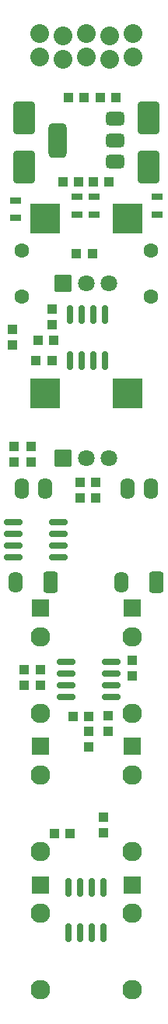
<source format=gbr>
%TF.GenerationSoftware,KiCad,Pcbnew,9.0.6*%
%TF.CreationDate,2025-12-17T11:18:06-05:00*%
%TF.ProjectId,active-vactrol-vca-board,61637469-7665-42d7-9661-6374726f6c2d,rev?*%
%TF.SameCoordinates,Original*%
%TF.FileFunction,Soldermask,Bot*%
%TF.FilePolarity,Negative*%
%FSLAX46Y46*%
G04 Gerber Fmt 4.6, Leading zero omitted, Abs format (unit mm)*
G04 Created by KiCad (PCBNEW 9.0.6) date 2025-12-17 11:18:06*
%MOMM*%
%LPD*%
G01*
G04 APERTURE LIST*
G04 Aperture macros list*
%AMRoundRect*
0 Rectangle with rounded corners*
0 $1 Rounding radius*
0 $2 $3 $4 $5 $6 $7 $8 $9 X,Y pos of 4 corners*
0 Add a 4 corners polygon primitive as box body*
4,1,4,$2,$3,$4,$5,$6,$7,$8,$9,$2,$3,0*
0 Add four circle primitives for the rounded corners*
1,1,$1+$1,$2,$3*
1,1,$1+$1,$4,$5*
1,1,$1+$1,$6,$7*
1,1,$1+$1,$8,$9*
0 Add four rect primitives between the rounded corners*
20,1,$1+$1,$2,$3,$4,$5,0*
20,1,$1+$1,$4,$5,$6,$7,0*
20,1,$1+$1,$6,$7,$8,$9,0*
20,1,$1+$1,$8,$9,$2,$3,0*%
G04 Aperture macros list end*
%ADD10R,1.930000X1.830000*%
%ADD11C,2.130000*%
%ADD12RoundRect,0.076200X-0.825000X0.825000X-0.825000X-0.825000X0.825000X-0.825000X0.825000X0.825000X0*%
%ADD13C,1.802400*%
%ADD14RoundRect,0.076200X-1.558000X1.558000X-1.558000X-1.558000X1.558000X-1.558000X1.558000X1.558000X0*%
%ADD15RoundRect,0.249630X0.535370X-0.895370X0.535370X0.895370X-0.535370X0.895370X-0.535370X-0.895370X0*%
%ADD16O,1.570000X2.290000*%
%ADD17R,1.000000X1.000000*%
%ADD18RoundRect,0.250000X-0.900000X1.500000X-0.900000X-1.500000X0.900000X-1.500000X0.900000X1.500000X0*%
%ADD19R,1.300000X0.700000*%
%ADD20RoundRect,0.150000X-0.150000X0.825000X-0.150000X-0.825000X0.150000X-0.825000X0.150000X0.825000X0*%
%ADD21RoundRect,0.150000X0.825000X0.150000X-0.825000X0.150000X-0.825000X-0.150000X0.825000X-0.150000X0*%
%ADD22C,1.600000*%
%ADD23RoundRect,0.250000X0.900000X-1.500000X0.900000X1.500000X-0.900000X1.500000X-0.900000X-1.500000X0*%
%ADD24C,2.032000*%
%ADD25RoundRect,0.375000X0.625000X0.375000X-0.625000X0.375000X-0.625000X-0.375000X0.625000X-0.375000X0*%
%ADD26RoundRect,0.500000X0.500000X1.400000X-0.500000X1.400000X-0.500000X-1.400000X0.500000X-1.400000X0*%
G04 APERTURE END LIST*
D10*
%TO.C,J1*%
X105000000Y-175270000D03*
D11*
X105000000Y-186670000D03*
X105000000Y-178370000D03*
%TD*%
D10*
%TO.C,J3*%
X105000000Y-205270000D03*
D11*
X105000000Y-216670000D03*
X105000000Y-208370000D03*
%TD*%
D10*
%TO.C,J2*%
X105000000Y-190270000D03*
D11*
X105000000Y-201670000D03*
X105000000Y-193370000D03*
%TD*%
D12*
%TO.C,RV2*%
X107500000Y-159000000D03*
D13*
X110000000Y-159000000D03*
X112500000Y-159000000D03*
D14*
X105500000Y-152000000D03*
X114500000Y-152000000D03*
%TD*%
D10*
%TO.C,J4*%
X115000000Y-175270000D03*
D11*
X115000000Y-186670000D03*
X115000000Y-178370000D03*
%TD*%
D15*
%TO.C,U6*%
X117660000Y-172500000D03*
D16*
X113850000Y-172500000D03*
X114490000Y-162340000D03*
X117020000Y-162340000D03*
%TD*%
D12*
%TO.C,RV1*%
X107500000Y-140000000D03*
D13*
X110000000Y-140000000D03*
X112500000Y-140000000D03*
D14*
X105500000Y-133000000D03*
X114500000Y-133000000D03*
%TD*%
D10*
%TO.C,J6*%
X115000000Y-205270000D03*
D11*
X115000000Y-216670000D03*
X115000000Y-208370000D03*
%TD*%
D10*
%TO.C,J5*%
X115000000Y-190270000D03*
D11*
X115000000Y-201670000D03*
X115000000Y-193370000D03*
%TD*%
D15*
%TO.C,U5*%
X106160000Y-172500000D03*
D16*
X102350000Y-172500000D03*
X102990000Y-162340000D03*
X105520000Y-162340000D03*
%TD*%
D17*
%TO.C,R11*%
X110300000Y-188650000D03*
X110300000Y-190350000D03*
%TD*%
D18*
%TO.C,D2*%
X103250000Y-122050000D03*
X103250000Y-127450000D03*
%TD*%
D17*
%TO.C,R20*%
X102100000Y-159400000D03*
X102100000Y-157700000D03*
%TD*%
%TO.C,R4*%
X105000000Y-183600000D03*
X105000000Y-181900000D03*
%TD*%
%TO.C,L2*%
X109750000Y-119900000D03*
X108050000Y-119900000D03*
%TD*%
D19*
%TO.C,C6*%
X109000000Y-132550000D03*
X109000000Y-130650000D03*
%TD*%
D17*
%TO.C,L1*%
X111550000Y-119900000D03*
X113250000Y-119900000D03*
%TD*%
%TO.C,R6*%
X112450000Y-129000000D03*
X110750000Y-129000000D03*
%TD*%
D19*
%TO.C,C1*%
X102300000Y-131050000D03*
X102300000Y-132950000D03*
%TD*%
D17*
%TO.C,R18*%
X106250000Y-148400000D03*
X104550000Y-148400000D03*
%TD*%
%TO.C,R13*%
X108250000Y-199700000D03*
X106550000Y-199700000D03*
%TD*%
%TO.C,R8*%
X104000000Y-157750000D03*
X104000000Y-159450000D03*
%TD*%
D20*
%TO.C,U4*%
X108195000Y-143425000D03*
X109465000Y-143425000D03*
X110735000Y-143425000D03*
X112005000Y-143425000D03*
X112005000Y-148375000D03*
X110735000Y-148375000D03*
X109465000Y-148375000D03*
X108195000Y-148375000D03*
%TD*%
D21*
%TO.C,U1*%
X112725000Y-181095000D03*
X112725000Y-182365000D03*
X112725000Y-183635000D03*
X112725000Y-184905000D03*
X107775000Y-184905000D03*
X107775000Y-183635000D03*
X107775000Y-182365000D03*
X107775000Y-181095000D03*
%TD*%
D17*
%TO.C,C5*%
X109300000Y-161650000D03*
X109300000Y-163350000D03*
%TD*%
%TO.C,R19*%
X106300000Y-142850000D03*
X106300000Y-144550000D03*
%TD*%
%TO.C,R12*%
X111900000Y-197950000D03*
X111900000Y-199650000D03*
%TD*%
D19*
%TO.C,C2*%
X117700000Y-130650000D03*
X117700000Y-132550000D03*
%TD*%
D22*
%TO.C,C7*%
X117000000Y-141500000D03*
X117000000Y-136500000D03*
%TD*%
D19*
%TO.C,C3*%
X110900000Y-132550000D03*
X110900000Y-130650000D03*
%TD*%
D17*
%TO.C,R9*%
X111000000Y-163350000D03*
X111000000Y-161650000D03*
%TD*%
D23*
%TO.C,D1*%
X116750000Y-127450000D03*
X116750000Y-122050000D03*
%TD*%
D24*
%TO.C,PWR1*%
X104920000Y-112960000D03*
X104920000Y-115500000D03*
X107460000Y-113214000D03*
X107460000Y-115754000D03*
X110000000Y-112960000D03*
X110000000Y-115500000D03*
X112540000Y-113214000D03*
X112540000Y-115754000D03*
X115080000Y-112960000D03*
X115080000Y-115500000D03*
%TD*%
D17*
%TO.C,R7*%
X107450000Y-129000000D03*
X109150000Y-129000000D03*
%TD*%
%TO.C,R1*%
X108550000Y-187000000D03*
X110250000Y-187000000D03*
%TD*%
D21*
%TO.C,U2*%
X106975000Y-165940000D03*
X106975000Y-167210000D03*
X106975000Y-168480000D03*
X106975000Y-169750000D03*
X102025000Y-169750000D03*
X102025000Y-168480000D03*
X102025000Y-167210000D03*
X102025000Y-165940000D03*
%TD*%
D17*
%TO.C,C8*%
X102000000Y-146700000D03*
X102000000Y-145000000D03*
%TD*%
D20*
%TO.C,U3*%
X108095000Y-205525000D03*
X109365000Y-205525000D03*
X110635000Y-205525000D03*
X111905000Y-205525000D03*
X111905000Y-210475000D03*
X110635000Y-210475000D03*
X109365000Y-210475000D03*
X108095000Y-210475000D03*
%TD*%
D17*
%TO.C,R17*%
X106450000Y-146200000D03*
X104750000Y-146200000D03*
%TD*%
D22*
%TO.C,C4*%
X103000000Y-141500000D03*
X103000000Y-136500000D03*
%TD*%
D25*
%TO.C,U7*%
X113150000Y-122200000D03*
X113150000Y-124500000D03*
D26*
X106850000Y-124500000D03*
D25*
X113150000Y-126800000D03*
%TD*%
D17*
%TO.C,R10*%
X112400000Y-186950000D03*
X112400000Y-188650000D03*
%TD*%
%TO.C,R3*%
X103200000Y-183600000D03*
X103200000Y-181900000D03*
%TD*%
%TO.C,R2*%
X115000000Y-182650000D03*
X115000000Y-180950000D03*
%TD*%
%TO.C,R5*%
X110650000Y-136800000D03*
X108950000Y-136800000D03*
%TD*%
M02*

</source>
